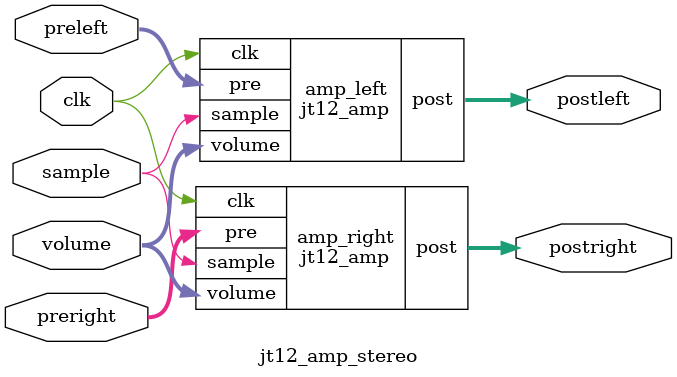
<source format=v>
`timescale 1ns / 1ps


/* This file is part of JT12.

 
	JT12 program is free software: you can redistribute it and/or modify
	it under the terms of the GNU General Public License as published by
	the Free Software Foundation, either version 3 of the License, or
	(at your option) any later version.

	JT12 program is distributed in the hope that it will be useful,
	but WITHOUT ANY WARRANTY; without even the implied warranty of
	MERCHANTABILITY or FITNESS FOR A PARTICULAR PURPOSE.  See the
	GNU General Public License for more details.

	You should have received a copy of the GNU General Public License
	along with JT12.  If not, see <http://www.gnu.org/licenses/>.

	Author: Jose Tejada Gomez. Twitter: @topapate
	Version: 1.0
	Date: 23-2-2017	
	
*/



`timescale 1ns / 1ps

module jt12_amp(
	input			clk,
	input			sample,
	input	[2:0]	volume,

	input		signed	[13:0]	pre,	
	output	reg signed	[15:0]	post
);

wire signed [14:0] x2 = pre<<<1;
wire signed [15:0] x3 = x2+pre;
wire signed [15:0] x4 = pre<<<2;
wire signed [16:0] x5 = x4+pre;
wire signed [16:0] x6 = x4+x2;
wire signed [16:0] x7 = x4+x3;

always @(posedge clk)
if( sample )
	case( volume ) 
		3'd0: // /2
			post <= { {2{pre[13]}}, pre	};
		3'd1: // x1
			post <= { x2[14], x2	};
		3'd2: // x2
			post <= { x2, 1'd0   	};
		3'd3: // x3
			case( x3[15:14] )
				2'b00, 2'b11: post <= { x3[14:0], 1'd0 };
				2'b01: post <= 16'h7FFF;
				2'b10: post <= 16'h8000;
			endcase
		3'd4: // x4
			case( x4[15:14] )
				2'b00, 2'b11: post <= { x4[14:0], 1'd0 };
				2'b01: post <= 16'h7FFF;
				2'b10: post <= 16'h8000;
			endcase		
		3'd5: // x5
			case( x5[16:15] )
				2'b00, 2'b11: post <= x5[15:0];
				2'b01: post <= 16'h7FFF;
				2'b10: post <= 16'h8000;
			endcase				
		3'd6: // x6
			case( x6[16:15] )
				2'b00, 2'b11: post <= x6[15:0];
				2'b01: post <= 16'h7FFF;
				2'b10: post <= 16'h8000;
			endcase				
		3'd7: // x7
			case( x7[16:15] )
				2'b00, 2'b11: post <= x7[15:0];
				2'b01: post <= 16'h7FFF;
				2'b10: post <= 16'h8000;
			endcase			
	endcase

endmodule

module jt12_amp_stereo(
	input			clk,
	input			sample,
	input	signed	[13:0]	preleft,
	input	signed	[13:0]	preright,
	input	[2:0]	volume,
	
	output	signed	[15:0]	postleft,
	output	signed	[15:0]	postright
);

jt12_amp amp_left(
	.clk	( clk		),
	.sample	( sample	),
	.pre	( preleft	),
	.post	( postleft	),
	.volume	( volume	)
);

jt12_amp amp_right(
	.clk	( clk		),
	.sample	( sample	),
	.pre	( preright	),
	.post	( postright	),
	.volume	( volume	)
);

endmodule

</source>
